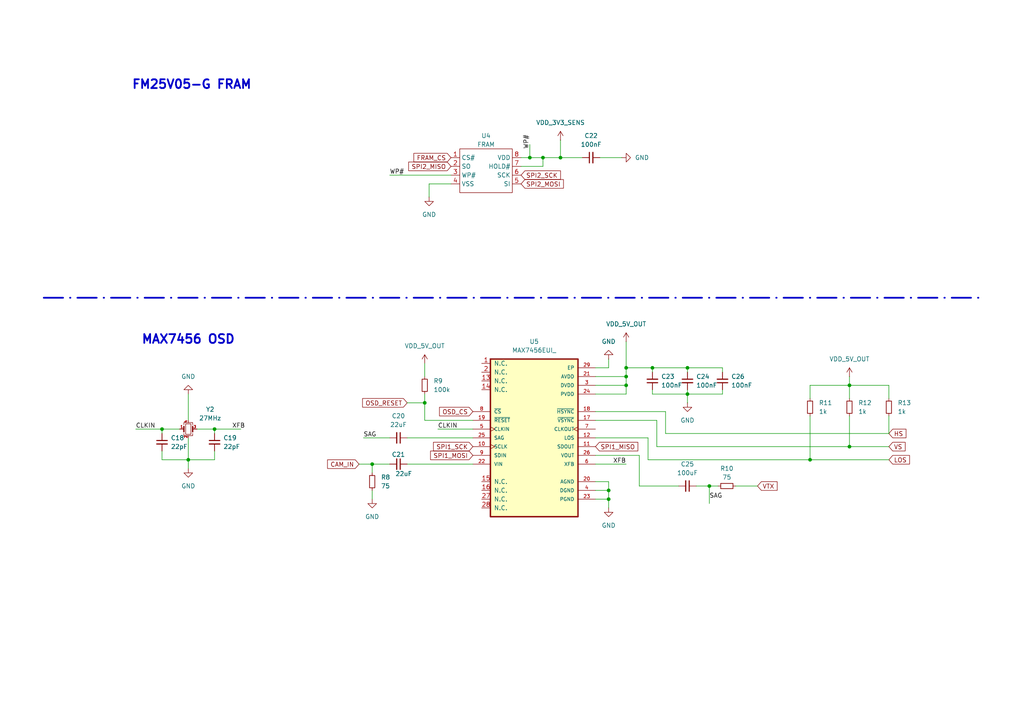
<source format=kicad_sch>
(kicad_sch (version 20250114) (generator "eeschema") (generator_version "9.0")
  (paper "A4")
  (lib_symbols
    (symbol "Device:C_Small" (pin_numbers (hide yes)) (pin_names (offset 0.254) (hide yes))
      (property "Reference" "C" (at 0.254 1.778 0))
      (property "Value" "C_Small" (at 0.254 -2.032 0))
      (symbol "C_Small_0_1"
        (polyline (pts (xy -1.524 0.508) (xy 1.524 0.508)) (stroke (width 0.3048)))
        (polyline (pts (xy -1.524 -0.508) (xy 1.524 -0.508)) (stroke (width 0.3302)))
      )
      (symbol "C_Small_1_1"
        (pin passive line (at 0 2.54 270) (length 2.032) (name "~") (number "1"))
        (pin passive line (at 0 -2.54 90) (length 2.032) (name "~") (number "2"))
      )
    )
    (symbol "Device:Crystal_GND24_Small" (pin_names (offset 1.016) (hide yes))
      (property "Reference" "Y" (at 1.27 4.445 0))
      (property "Value" "Crystal_GND24_Small" (at 1.27 2.54 0))
      (symbol "Crystal_GND24_Small_0_1"
        (polyline (pts (xy -1.27 1.27) (xy -1.27 1.905) (xy 1.27 1.905) (xy 1.27 1.27)))
        (polyline (pts (xy -1.27 -0.762) (xy -1.27 0.762)) (stroke (width 0.381)))
        (polyline (pts (xy -1.27 -1.27) (xy -1.27 -1.905) (xy 1.27 -1.905) (xy 1.27 -1.27)))
        (rectangle (start -0.762 -1.524) (end 0.762 1.524))
        (polyline (pts (xy 1.27 -0.762) (xy 1.27 0.762)) (stroke (width 0.381)))
      )
      (symbol "Crystal_GND24_Small_1_1"
        (pin passive line (at -2.54 0 0) (length 1.27) (name "1") (number "1"))
        (pin passive line (at 0 2.54 270) (length 0.635) (name "4") (number "4"))
        (pin passive line (at 0 -2.54 90) (length 0.635) (name "2") (number "2"))
        (pin passive line (at 2.54 0 180) (length 1.27) (name "3") (number "3"))
      )
    )
    (symbol "Device:R_Small" (pin_numbers (hide yes)) (pin_names (offset 0.254) (hide yes))
      (property "Reference" "R" (at 0.762 0.508 0))
      (property "Value" "R_Small" (at 0.762 -1.016 0))
      (symbol "R_Small_0_1"
        (rectangle (start -0.762 1.778) (end 0.762 -1.778) (stroke (width 0.2032)))
      )
      (symbol "R_Small_1_1"
        (pin passive line (at 0 2.54 270) (length 0.762) (name "~") (number "1"))
        (pin passive line (at 0 -2.54 90) (length 0.762) (name "~") (number "2"))
      )
    )
    (symbol "FM25V05:FM25V05"
      (property "Reference" "U" (at 0 0 0))
      (symbol "FM25V05_0_1"
        (rectangle (start -6.35 -2.54) (end 8.89 -15.24))
      )
      (symbol "FM25V05_1_1"
        (pin input line (at -8.89 -5.08 0) (length 2.54) (name "CS#") (number "1"))
        (pin input line (at -8.89 -7.62 0) (length 2.54) (name "SO") (number "2"))
        (pin input line (at -8.89 -10.16 0) (length 2.54) (name "WP#") (number "3"))
        (pin input line (at -8.89 -12.7 0) (length 2.54) (name "VSS") (number "4"))
        (pin input line (at 11.43 -5.08 180) (length 2.54) (name "VDD") (number "8"))
        (pin input line (at 11.43 -7.62 180) (length 2.54) (name "HOLD#") (number "7"))
        (pin input line (at 11.43 -10.16 180) (length 2.54) (name "SCK") (number "6"))
        (pin input line (at 11.43 -12.7 180) (length 2.54) (name "SI") (number "5"))
      )
    )
    (symbol "MAX7456EUI_:MAX7456EUI_" (pin_names (offset 1.016))
      (property "Reference" "U11" (at 0 27.94 0))
      (property "Value" "MAX7456EUI_" (at 0 25.4 0))
      (symbol "MAX7456EUI__0_0"
        (rectangle (start -12.7 -22.86) (end 12.7 22.86) (stroke (width 0.41)) (fill (type background)))
        (pin input line (at -17.78 7.62 0) (length 5.08) (name "~{CS}") (number "8"))
        (pin input line (at -17.78 5.08 0) (length 5.08) (name "~{RESET}") (number "19"))
        (pin input clock (at -17.78 2.54 0) (length 5.08) (name "CLKIN") (number "5"))
        (pin input line (at -17.78 0 0) (length 5.08) (name "SAG") (number "25"))
        (pin input clock (at -17.78 -2.54 0) (length 5.08) (name "SCLK") (number "10"))
        (pin input line (at -17.78 -5.08 0) (length 5.08) (name "SDIN") (number "9"))
        (pin input line (at -17.78 -7.62 0) (length 5.08) (name "VIN") (number "22"))
        (pin power_in line (at 17.78 20.32 180) (length 5.08) (name "EP") (number "29"))
        (pin power_in line (at 17.78 17.78 180) (length 5.08) (name "AVDD") (number "21"))
        (pin power_in line (at 17.78 15.24 180) (length 5.08) (name "DVDD") (number "3"))
        (pin power_in line (at 17.78 12.7 180) (length 5.08) (name "PVDD") (number "24"))
        (pin output line (at 17.78 7.62 180) (length 5.08) (name "~{HSYNC}") (number "18"))
        (pin output line (at 17.78 5.08 180) (length 5.08) (name "~{VSYNC}") (number "17"))
        (pin output clock (at 17.78 2.54 180) (length 5.08) (name "CLKOUT") (number "7"))
        (pin output line (at 17.78 0 180) (length 5.08) (name "LOS") (number "12"))
        (pin output line (at 17.78 -2.54 180) (length 5.08) (name "SDOUT") (number "11"))
        (pin output line (at 17.78 -5.08 180) (length 5.08) (name "VOUT") (number "26"))
        (pin output line (at 17.78 -7.62 180) (length 5.08) (name "XFB") (number "6"))
        (pin power_in line (at 17.78 -12.7 180) (length 5.08) (name "AGND") (number "20"))
        (pin power_in line (at 17.78 -15.24 180) (length 5.08) (name "DGND") (number "4"))
        (pin power_in line (at 17.78 -17.78 180) (length 5.08) (name "PGND") (number "23"))
      )
      (symbol "MAX7456EUI__1_1"
        (pin input line (at -15.24 21.59 0) (length 2.54) (name "N.C.") (number "1"))
        (pin input line (at -15.24 19.05 0) (length 2.54) (name "N.C.") (number "2"))
        (pin input line (at -15.24 16.51 0) (length 2.54) (name "N.C.") (number "13"))
        (pin input line (at -15.24 13.97 0) (length 2.54) (name "N.C.") (number "14"))
        (pin input line (at -15.24 -12.7 0) (length 2.54) (name "N.C.") (number "15"))
        (pin input line (at -15.24 -15.24 0) (length 2.54) (name "N.C.") (number "16"))
        (pin input line (at -15.24 -17.78 0) (length 2.54) (name "N.C.") (number "27"))
        (pin input line (at -15.24 -20.32 0) (length 2.54) (name "N.C.") (number "28"))
      )
    )
    (symbol "power:GND" (power) (pin_numbers (hide yes)) (pin_names (offset 0) (hide yes))
      (property "Value" "GND" (at 0 -3.81 0))
      (symbol "GND_0_1"
        (polyline (pts (xy 0 0) (xy 0 -1.27) (xy 1.27 -1.27) (xy 0 -2.54) (xy -1.27 -1.27) (xy 0 -1.27)))
      )
      (symbol "GND_1_1"
        (pin power_in line (at 0 0 270) (length 0) (name "~") (number "1"))
      )
    )
    (symbol "power:VCC" (power) (pin_numbers (hide yes)) (pin_names (offset 0) (hide yes))
      (property "Value" "VCC" (at 0 3.556 0))
      (symbol "VCC_0_1"
        (polyline (pts (xy -0.762 1.27) (xy 0 2.54)))
        (polyline (pts (xy 0 2.54) (xy 0.762 1.27)))
        (polyline (pts (xy 0 0) (xy 0 2.54)))
      )
      (symbol "VCC_1_1"
        (pin power_in line (at 0 0 90) (length 0) (name "~") (number "1"))
      )
    )
  )
  (text "MAX7456 OSD" (at 54.61 98.552 0) (effects (font (size 2.54 2.54) (thickness 0.508) (bold yes))))
  (text "FM25V05-G FRAM\n" (at 55.626 24.638 0) (effects (font (size 2.54 2.54) (thickness 0.508) (bold yes))))
  (junction (at 246.38 129.54))
  (junction (at 234.95 133.35))
  (junction (at 176.53 142.24))
  (junction (at 181.61 109.22))
  (junction (at 176.53 144.78))
  (junction (at 62.23 124.46))
  (junction (at 181.61 111.76))
  (junction (at 123.19 116.84))
  (junction (at 246.38 111.76))
  (junction (at 189.23 106.68))
  (junction (at 162.56 45.72))
  (junction (at 153.67 45.72))
  (junction (at 199.39 114.3))
  (junction (at 199.39 106.68))
  (junction (at 54.61 133.35))
  (junction (at 107.95 134.62))
  (junction (at 205.74 140.97))
  (junction (at 181.61 106.68))
  (junction (at 157.48 45.72))
  (junction (at 46.99 124.46))
  (wire (pts (xy 124.46 53.34) (xy 124.46 57.15)))
  (wire (pts (xy 118.11 127) (xy 137.16 127)))
  (wire (pts (xy 39.37 124.46) (xy 46.99 124.46)))
  (wire (pts (xy 205.74 140.97) (xy 208.28 140.97)))
  (wire (pts (xy 62.23 124.46) (xy 69.85 124.46)))
  (wire (pts (xy 181.61 114.3) (xy 181.61 111.76)))
  (polyline (pts (xy 12.7 86.36) (xy 284.48 86.36)) (stroke (width 0.508) (type dash_dot)))
  (wire (pts (xy 46.99 124.46) (xy 46.99 125.73)))
  (wire (pts (xy 173.99 45.72) (xy 180.34 45.72)))
  (wire (pts (xy 172.72 121.92) (xy 190.5 121.92)))
  (wire (pts (xy 199.39 113.03) (xy 199.39 114.3)))
  (wire (pts (xy 187.96 133.35) (xy 234.95 133.35)))
  (wire (pts (xy 172.72 114.3) (xy 181.61 114.3)))
  (wire (pts (xy 234.95 115.57) (xy 234.95 111.76)))
  (wire (pts (xy 209.55 106.68) (xy 209.55 107.95)))
  (wire (pts (xy 181.61 106.68) (xy 181.61 109.22)))
  (wire (pts (xy 113.03 134.62) (xy 107.95 134.62)))
  (wire (pts (xy 185.42 140.97) (xy 196.85 140.97)))
  (wire (pts (xy 54.61 114.3) (xy 54.61 121.92)))
  (wire (pts (xy 176.53 144.78) (xy 176.53 147.32)))
  (wire (pts (xy 157.48 45.72) (xy 162.56 45.72)))
  (wire (pts (xy 234.95 133.35) (xy 257.81 133.35)))
  (wire (pts (xy 199.39 114.3) (xy 199.39 116.84)))
  (wire (pts (xy 190.5 129.54) (xy 246.38 129.54)))
  (wire (pts (xy 118.11 116.84) (xy 123.19 116.84)))
  (wire (pts (xy 185.42 132.08) (xy 185.42 140.97)))
  (wire (pts (xy 209.55 106.68) (xy 199.39 106.68)))
  (wire (pts (xy 189.23 107.95) (xy 189.23 106.68)))
  (wire (pts (xy 189.23 114.3) (xy 199.39 114.3)))
  (wire (pts (xy 107.95 134.62) (xy 104.14 134.62)))
  (wire (pts (xy 118.11 134.62) (xy 137.16 134.62)))
  (wire (pts (xy 105.41 127) (xy 113.03 127)))
  (wire (pts (xy 172.72 109.22) (xy 181.61 109.22)))
  (wire (pts (xy 257.81 125.73) (xy 257.81 120.65)))
  (wire (pts (xy 137.16 121.92) (xy 123.19 121.92)))
  (wire (pts (xy 123.19 116.84) (xy 123.19 121.92)))
  (wire (pts (xy 62.23 133.35) (xy 54.61 133.35)))
  (wire (pts (xy 193.04 125.73) (xy 257.81 125.73)))
  (wire (pts (xy 190.5 121.92) (xy 190.5 129.54)))
  (wire (pts (xy 172.72 142.24) (xy 176.53 142.24)))
  (wire (pts (xy 153.67 41.91) (xy 153.67 45.72)))
  (wire (pts (xy 124.46 53.34) (xy 130.81 53.34)))
  (wire (pts (xy 52.07 124.46) (xy 46.99 124.46)))
  (wire (pts (xy 107.95 134.62) (xy 107.95 137.16)))
  (wire (pts (xy 172.72 132.08) (xy 185.42 132.08)))
  (wire (pts (xy 246.38 129.54) (xy 257.81 129.54)))
  (wire (pts (xy 189.23 106.68) (xy 199.39 106.68)))
  (wire (pts (xy 257.81 111.76) (xy 246.38 111.76)))
  (wire (pts (xy 209.55 114.3) (xy 199.39 114.3)))
  (wire (pts (xy 172.72 127) (xy 187.96 127)))
  (wire (pts (xy 205.74 140.97) (xy 205.74 146.05)))
  (wire (pts (xy 172.72 106.68) (xy 176.53 106.68)))
  (wire (pts (xy 127 124.46) (xy 137.16 124.46)))
  (wire (pts (xy 157.48 48.26) (xy 157.48 45.72)))
  (wire (pts (xy 54.61 133.35) (xy 54.61 135.89)))
  (wire (pts (xy 172.72 111.76) (xy 181.61 111.76)))
  (wire (pts (xy 213.36 140.97) (xy 219.71 140.97)))
  (wire (pts (xy 62.23 130.81) (xy 62.23 133.35)))
  (wire (pts (xy 176.53 106.68) (xy 176.53 104.14)))
  (wire (pts (xy 181.61 106.68) (xy 189.23 106.68)))
  (wire (pts (xy 246.38 109.22) (xy 246.38 111.76)))
  (wire (pts (xy 201.93 140.97) (xy 205.74 140.97)))
  (wire (pts (xy 172.72 144.78) (xy 176.53 144.78)))
  (wire (pts (xy 172.72 119.38) (xy 193.04 119.38)))
  (wire (pts (xy 62.23 124.46) (xy 62.23 125.73)))
  (wire (pts (xy 257.81 115.57) (xy 257.81 111.76)))
  (wire (pts (xy 187.96 127) (xy 187.96 133.35)))
  (wire (pts (xy 113.03 50.8) (xy 130.81 50.8)))
  (wire (pts (xy 181.61 99.06) (xy 181.61 106.68)))
  (wire (pts (xy 151.13 48.26) (xy 157.48 48.26)))
  (wire (pts (xy 234.95 111.76) (xy 246.38 111.76)))
  (wire (pts (xy 172.72 134.62) (xy 181.61 134.62)))
  (wire (pts (xy 234.95 120.65) (xy 234.95 133.35)))
  (wire (pts (xy 46.99 133.35) (xy 46.99 130.81)))
  (wire (pts (xy 189.23 113.03) (xy 189.23 114.3)))
  (wire (pts (xy 123.19 114.3) (xy 123.19 116.84)))
  (wire (pts (xy 209.55 113.03) (xy 209.55 114.3)))
  (wire (pts (xy 193.04 119.38) (xy 193.04 125.73)))
  (wire (pts (xy 172.72 139.7) (xy 176.53 139.7)))
  (wire (pts (xy 153.67 45.72) (xy 157.48 45.72)))
  (wire (pts (xy 199.39 107.95) (xy 199.39 106.68)))
  (wire (pts (xy 57.15 124.46) (xy 62.23 124.46)))
  (wire (pts (xy 176.53 142.24) (xy 176.53 144.78)))
  (wire (pts (xy 107.95 142.24) (xy 107.95 144.78)))
  (wire (pts (xy 181.61 111.76) (xy 181.61 109.22)))
  (wire (pts (xy 123.19 105.41) (xy 123.19 109.22)))
  (wire (pts (xy 162.56 40.64) (xy 162.56 45.72)))
  (wire (pts (xy 162.56 45.72) (xy 168.91 45.72)))
  (wire (pts (xy 176.53 139.7) (xy 176.53 142.24)))
  (wire (pts (xy 151.13 45.72) (xy 153.67 45.72)))
  (wire (pts (xy 54.61 127) (xy 54.61 133.35)))
  (wire (pts (xy 54.61 133.35) (xy 46.99 133.35)))
  (wire (pts (xy 246.38 111.76) (xy 246.38 115.57)))
  (wire (pts (xy 246.38 120.65) (xy 246.38 129.54)))
  (label "XFB" (at 67.31 124.46 0))
  (label "WP#" (at 153.67 43.18 90))
  (label "WP#" (at 113.03 50.8 0))
  (label "XFB" (at 177.8 134.62 0))
  (label "CLKIN" (at 127 124.46 0))
  (label "SAG" (at 105.41 127 0))
  (label "CLKIN" (at 39.37 124.46 0))
  (label "SAG" (at 205.74 144.78 0))
  (global_label "OSD_RESET" (shape input) (at 118.11 116.84 180) (property "Intersheetrefs" "${INTERSHEET_REFS}" (effects (hide yes))))
  (global_label "SPI1_MOSI" (shape input) (at 137.16 132.08 180) (property "Intersheetrefs" "${INTERSHEET_REFS}" (effects (hide yes))))
  (global_label "OSD_CS" (shape input) (at 137.16 119.38 180) (property "Intersheetrefs" "${INTERSHEET_REFS}" (effects (hide yes))))
  (global_label "SPI2_MISO" (shape input) (at 130.81 48.26 180) (property "Intersheetrefs" "${INTERSHEET_REFS}" (effects (hide yes))))
  (global_label "SPI2_MOSI" (shape input) (at 151.13 53.34 0) (property "Intersheetrefs" "${INTERSHEET_REFS}" (effects (hide yes))))
  (global_label "SPI1_SCK" (shape input) (at 137.16 129.54 180) (property "Intersheetrefs" "${INTERSHEET_REFS}" (effects (hide yes))))
  (global_label "SPI1_MISO" (shape input) (at 172.72 129.54 0) (property "Intersheetrefs" "${INTERSHEET_REFS}" (effects (hide yes))))
  (global_label "LOS" (shape input) (at 257.81 133.35 0) (property "Intersheetrefs" "${INTERSHEET_REFS}" (effects (hide yes))))
  (global_label "FRAM_CS" (shape input) (at 130.81 45.72 180) (property "Intersheetrefs" "${INTERSHEET_REFS}" (effects (hide yes))))
  (global_label "CAM_IN" (shape input) (at 104.14 134.62 180) (property "Intersheetrefs" "${INTERSHEET_REFS}" (effects (hide yes))))
  (global_label "SPI2_SCK" (shape input) (at 151.13 50.8 0) (property "Intersheetrefs" "${INTERSHEET_REFS}" (effects (hide yes))))
  (global_label "VS" (shape input) (at 257.81 129.54 0) (property "Intersheetrefs" "${INTERSHEET_REFS}" (effects (hide yes))))
  (global_label "HS" (shape input) (at 257.81 125.73 0) (property "Intersheetrefs" "${INTERSHEET_REFS}" (effects (hide yes))))
  (global_label "VTX" (shape input) (at 219.71 140.97 0) (property "Intersheetrefs" "${INTERSHEET_REFS}" (effects (hide yes))))
  (symbol (lib_id "Device:C_Small") (at 62.23 128.27 0) (unit 1)
    (property "Reference" "C19" (at 64.77 127.0062 0) (effects (justify left)))
    (property "Value" "22pF" (at 64.77 129.5462 0) (effects (justify left)))
    (property "Footprint" "Capacitor_SMD:C_0402_1005Metric" (effects (hide yes)))
    (property "Description" "Unpolarized capacitor, small symbol" (effects (hide yes)))
    (instances (project "Autopilot DronmarketV2" (path "" (reference "C19") (unit 1))) (project "Autopilot Dronmarket" (path "" (reference "C50") (unit 1))))
  )
  (symbol (lib_id "Device:C_Small") (at 171.45 45.72 90) (unit 1)
    (property "Reference" "C22" (at 171.4563 39.37 90))
    (property "Value" "100nF" (at 171.4563 41.91 90))
    (property "Footprint" "Capacitor_SMD:C_0402_1005Metric" (effects (hide yes)))
    (property "Description" "Unpolarized capacitor, small symbol" (effects (hide yes)))
    (instances (project "Autopilot DronmarketV2" (path "" (reference "C22") (unit 1))) (project "Autopilot Dronmarket" (path "" (reference "C43") (unit 1))))
  )
  (symbol (lib_id "Device:R_Small") (at 107.95 139.7 180) (unit 1)
    (property "Reference" "R8" (at 110.49 138.4299 0) (effects (justify right)))
    (property "Value" "75" (at 110.49 140.9699 0) (effects (justify right)))
    (property "Footprint" "Resistor_SMD:R_0402_1005Metric" (effects (hide yes)))
    (property "Description" "Resistor, small symbol" (effects (hide yes)))
    (instances (project "Autopilot DronmarketV2" (path "" (reference "R8") (unit 1))) (project "Autopilot Dronmarket" (path "" (reference "R12") (unit 1))))
  )
  (symbol (lib_id "Device:C_Small") (at 46.99 128.27 0) (unit 1)
    (property "Reference" "C18" (at 49.53 127.0062 0) (effects (justify left)))
    (property "Value" "22pF" (at 49.53 129.5462 0) (effects (justify left)))
    (property "Footprint" "Capacitor_SMD:C_0402_1005Metric" (effects (hide yes)))
    (property "Description" "Unpolarized capacitor, small symbol" (effects (hide yes)))
    (instances (project "Autopilot DronmarketV2" (path "" (reference "C18") (unit 1))) (project "Autopilot Dronmarket" (path "" (reference "C49") (unit 1))))
  )
  (symbol (lib_id "Device:C_Small") (at 115.57 134.62 270) (unit 1)
    (property "Reference" "C21" (at 115.57 131.826 90))
    (property "Value" "22uF" (at 117.094 137.414 90))
    (property "Footprint" "Capacitor_SMD:C_1210_3225Metric" (effects (hide yes)))
    (property "Description" "Unpolarized capacitor, small symbol" (effects (hide yes)))
    (instances (project "Autopilot DronmarketV2" (path "" (reference "C21") (unit 1))) (project "Autopilot Dronmarket" (path "" (reference "C48") (unit 1))))
  )
  (symbol (lib_id "Device:R_Small") (at 210.82 140.97 270) (unit 1)
    (property "Reference" "R10" (at 210.82 135.89 90))
    (property "Value" "75" (at 210.82 138.43 90))
    (property "Footprint" "Resistor_SMD:R_0402_1005Metric" (effects (hide yes)))
    (property "Description" "Resistor, small symbol" (effects (hide yes)))
    (instances (project "Autopilot DronmarketV2" (path "" (reference "R10") (unit 1))) (project "Autopilot Dronmarket" (path "" (reference "R13") (unit 1))))
  )
  (symbol (lib_id "power:GND") (at 180.34 45.72 90) (unit 1)
    (property "Reference" "#PWR0159" (effects (hide yes)))
    (property "Value" "GND" (at 184.15 45.7199 90) (effects (justify right)))
    (property "Description" "Power symbol creates a global label with name \"GND\" , ground" (effects (hide yes)))
    (instances (project "Autopilot DronmarketV2" (path "" (reference "#PWR0159") (unit 1))) (project "Autopilot Dronmarket" (path "" (reference "#PWR060") (unit 1))))
  )
  (symbol (lib_id "FM25V05:FM25V05") (at 139.7 40.64 0) (unit 1)
    (property "Reference" "U4" (at 140.97 39.37 0))
    (property "Value" "FRAM" (at 140.97 41.91 0))
    (property "Footprint" "FM25V05-G:SOIC127P602X172-8N" (effects (hide yes)))
    (instances (project "Autopilot DronmarketV2" (path "" (reference "U4") (unit 1))) (project "" (path "" (reference "U10") (unit 1))))
  )
  (symbol (lib_id "Device:C_Small") (at 189.23 110.49 180) (unit 1)
    (property "Reference" "C23" (at 191.77 109.2135 0) (effects (justify right)))
    (property "Value" "100nF" (at 191.77 111.7535 0) (effects (justify right)))
    (property "Footprint" "Capacitor_SMD:C_0402_1005Metric" (effects (hide yes)))
    (property "Description" "Unpolarized capacitor, small symbol" (effects (hide yes)))
    (instances (project "Autopilot DronmarketV2" (path "" (reference "C23") (unit 1))) (project "Autopilot Dronmarket" (path "" (reference "C44") (unit 1))))
  )
  (symbol (lib_id "MAX7456EUI_:MAX7456EUI_") (at 154.94 127 0) (unit 1)
    (property "Reference" "U5" (at 154.94 99.06 0))
    (property "Value" "MAX7456EUI_" (at 154.94 101.6 0))
    (property "Footprint" "MAX7456EUI_:SOP65P637X110-28N" (effects (hide yes)))
    (property "MF" "Analog Devices" (effects (hide yes)))
    (property "Package" "TSSOP-28 Maxim" (effects (hide yes)))
    (property "Price" "None" (effects (hide yes)))
    (property "MP" "MAX7456EUI" (effects (hide yes)))
    (property "Availability" "Not in stock" (effects (hide yes)))
    (instances (project "Autopilot DronmarketV2" (path "" (reference "U5") (unit 1))) (project "" (path "" (reference "U11") (unit 1))))
  )
  (symbol (lib_id "Device:C_Small") (at 199.39 140.97 270) (unit 1)
    (property "Reference" "C25" (at 199.3836 134.62 90))
    (property "Value" "100uF" (at 199.3836 137.16 90))
    (property "Footprint" "Capacitor_SMD:C_1210_3225Metric" (effects (hide yes)))
    (property "Description" "Unpolarized capacitor, small symbol" (effects (hide yes)))
    (instances (project "Autopilot DronmarketV2" (path "" (reference "C25") (unit 1))) (project "Autopilot Dronmarket" (path "" (reference "C51") (unit 1))))
  )
  (symbol (lib_id "Device:C_Small") (at 199.39 110.49 0) (unit 1)
    (property "Reference" "C24" (at 201.93 109.2262 0) (effects (justify left)))
    (property "Value" "100nF" (at 201.93 111.7662 0) (effects (justify left)))
    (property "Footprint" "Capacitor_SMD:C_0402_1005Metric" (effects (hide yes)))
    (property "Description" "Unpolarized capacitor, small symbol" (effects (hide yes)))
    (instances (project "Autopilot DronmarketV2" (path "" (reference "C24") (unit 1))) (project "Autopilot Dronmarket" (path "" (reference "C45") (unit 1))))
  )
  (symbol (lib_id "Device:R_Small") (at 234.95 118.11 180) (unit 1)
    (property "Reference" "R11" (at 237.49 116.8399 0) (effects (justify right)))
    (property "Value" "1k" (at 237.49 119.3799 0) (effects (justify right)))
    (property "Footprint" "Resistor_SMD:R_0402_1005Metric" (effects (hide yes)))
    (property "Description" "Resistor, small symbol" (effects (hide yes)))
    (instances (project "Autopilot DronmarketV2" (path "" (reference "R11") (unit 1))) (project "Autopilot Dronmarket" (path "" (reference "R9") (unit 1))))
  )
  (symbol (lib_id "power:GND") (at 176.53 104.14 180) (unit 1)
    (property "Reference" "#PWR0155" (effects (hide yes)))
    (property "Value" "GND" (at 176.53 99.06 0))
    (property "Description" "Power symbol creates a global label with name \"GND\" , ground" (effects (hide yes)))
    (instances (project "Autopilot DronmarketV2" (path "" (reference "#PWR0155") (unit 1))) (project "Autopilot Dronmarket" (path "" (reference "#PWR067") (unit 1))))
  )
  (symbol (lib_id "power:GND") (at 54.61 135.89 0) (unit 1)
    (property "Reference" "#PWR0150" (effects (hide yes)))
    (property "Value" "GND" (at 54.61 140.97 0))
    (property "Description" "Power symbol creates a global label with name \"GND\" , ground" (effects (hide yes)))
    (instances (project "Autopilot DronmarketV2" (path "" (reference "#PWR0150") (unit 1))) (project "Autopilot Dronmarket" (path "" (reference "#PWR065") (unit 1))))
  )
  (symbol (lib_id "Device:C_Small") (at 209.55 110.49 180) (unit 1)
    (property "Reference" "C26" (at 212.09 109.2135 0) (effects (justify right)))
    (property "Value" "100nF" (at 212.09 111.7535 0) (effects (justify right)))
    (property "Footprint" "Capacitor_SMD:C_0402_1005Metric" (effects (hide yes)))
    (property "Description" "Unpolarized capacitor, small symbol" (effects (hide yes)))
    (instances (project "Autopilot DronmarketV2" (path "" (reference "C26") (unit 1))) (project "Autopilot Dronmarket" (path "" (reference "C46") (unit 1))))
  )
  (symbol (lib_id "power:GND") (at 199.39 116.84 0) (unit 1)
    (property "Reference" "#PWR0157" (effects (hide yes)))
    (property "Value" "GND" (at 199.39 121.92 0))
    (property "Description" "Power symbol creates a global label with name \"GND\" , ground" (effects (hide yes)))
    (instances (project "Autopilot DronmarketV2" (path "" (reference "#PWR0157") (unit 1))) (project "Autopilot Dronmarket" (path "" (reference "#PWR062") (unit 1))))
  )
  (symbol (lib_id "Device:Crystal_GND24_Small") (at 54.61 124.46 0) (unit 1)
    (property "Reference" "Y2" (at 60.96 118.7382 0))
    (property "Value" "27MHz" (at 60.96 121.2782 0))
    (property "Footprint" "Crystal:Crystal_SMD_SeikoEpson_FA238V-4Pin_3.2x2.5mm" (effects (hide yes)))
    (property "Description" "Four pin crystal, GND on pins 2 and 4, small symbol" (effects (hide yes)))
    (instances (project "Autopilot DronmarketV2" (path "" (reference "Y2") (unit 1))) (project "Autopilot Dronmarket" (path "" (reference "Y3") (unit 1))))
  )
  (symbol (lib_id "power:GND") (at 176.53 147.32 0) (unit 1)
    (property "Reference" "#PWR0156" (effects (hide yes)))
    (property "Value" "GND" (at 176.53 152.4 0))
    (property "Description" "Power symbol creates a global label with name \"GND\" , ground" (effects (hide yes)))
    (instances (project "Autopilot DronmarketV2" (path "" (reference "#PWR0156") (unit 1))) (project "Autopilot Dronmarket" (path "" (reference "#PWR063") (unit 1))))
  )
  (symbol (lib_id "power:VCC") (at 246.38 109.22 0) (unit 1)
    (property "Reference" "#PWR0154" (effects (hide yes)))
    (property "Value" "VDD_5V_OUT" (at 246.38 104.14 0))
    (property "Description" "Power symbol creates a global label with name \"VCC\"" (effects (hide yes)))
    (instances (project "Autopilot DronmarketV2" (path "" (reference "#PWR0154") (unit 1))) (project "Autopilot Dronmarket" (path "" (reference "#PWR016") (unit 1))))
  )
  (symbol (lib_id "Device:C_Small") (at 115.57 127 270) (unit 1)
    (property "Reference" "C20" (at 115.5636 120.65 90))
    (property "Value" "22uF" (at 115.5636 123.19 90))
    (property "Footprint" "Capacitor_SMD:C_0402_1005Metric" (effects (hide yes)))
    (property "Description" "Unpolarized capacitor, small symbol" (effects (hide yes)))
    (instances (project "Autopilot DronmarketV2" (path "" (reference "C20") (unit 1))) (project "Autopilot Dronmarket" (path "" (reference "C47") (unit 1))))
  )
  (symbol (lib_id "Device:R_Small") (at 257.81 118.11 0) (unit 1)
    (property "Reference" "R13" (at 260.35 116.8399 0) (effects (justify left)))
    (property "Value" "1k" (at 260.35 119.3799 0) (effects (justify left)))
    (property "Footprint" "Resistor_SMD:R_0402_1005Metric" (effects (hide yes)))
    (property "Description" "Resistor, small symbol" (effects (hide yes)))
    (instances (project "Autopilot DronmarketV2" (path "" (reference "R13") (unit 1))) (project "Autopilot Dronmarket" (path "" (reference "R11") (unit 1))))
  )
  (symbol (lib_id "power:VCC") (at 181.61 99.06 0) (unit 1)
    (property "Reference" "#PWR0153" (effects (hide yes)))
    (property "Value" "VDD_5V_OUT" (at 181.61 93.98 0))
    (property "Description" "Power symbol creates a global label with name \"VCC\"" (effects (hide yes)))
    (instances (project "Autopilot DronmarketV2" (path "" (reference "#PWR0153") (unit 1))) (project "Autopilot Dronmarket" (path "" (reference "#PWR015") (unit 1))))
  )
  (symbol (lib_id "power:VCC") (at 123.19 105.41 0) (unit 1)
    (property "Reference" "#PWR0151" (effects (hide yes)))
    (property "Value" "VDD_5V_OUT" (at 123.19 100.33 0))
    (property "Description" "Power symbol creates a global label with name \"VCC\"" (effects (hide yes)))
    (instances (project "Autopilot DronmarketV2" (path "" (reference "#PWR0151") (unit 1))) (project "Autopilot Dronmarket" (path "" (reference "#PWR017") (unit 1))))
  )
  (symbol (lib_id "Device:R_Small") (at 123.19 111.76 180) (unit 1)
    (property "Reference" "R9" (at 125.73 110.4899 0) (effects (justify right)))
    (property "Value" "100k" (at 125.73 113.0299 0) (effects (justify right)))
    (property "Footprint" "Resistor_SMD:R_0402_1005Metric" (effects (hide yes)))
    (property "Description" "Resistor, small symbol" (effects (hide yes)))
    (instances (project "Autopilot DronmarketV2" (path "" (reference "R9") (unit 1))) (project "Autopilot Dronmarket" (path "" (reference "R14") (unit 1))))
  )
  (symbol (lib_id "power:GND") (at 107.95 144.78 0) (unit 1)
    (property "Reference" "#PWR0152" (effects (hide yes)))
    (property "Value" "GND" (at 107.95 149.86 0))
    (property "Description" "Power symbol creates a global label with name \"GND\" , ground" (effects (hide yes)))
    (instances (project "Autopilot DronmarketV2" (path "" (reference "#PWR0152") (unit 1))) (project "Autopilot Dronmarket" (path "" (reference "#PWR066") (unit 1))))
  )
  (symbol (lib_id "Device:R_Small") (at 246.38 118.11 180) (unit 1)
    (property "Reference" "R12" (at 248.92 116.8399 0) (effects (justify right)))
    (property "Value" "1k" (at 248.92 119.3799 0) (effects (justify right)))
    (property "Footprint" "Resistor_SMD:R_0402_1005Metric" (effects (hide yes)))
    (property "Description" "Resistor, small symbol" (effects (hide yes)))
    (instances (project "Autopilot DronmarketV2" (path "" (reference "R12") (unit 1))) (project "Autopilot Dronmarket" (path "" (reference "R10") (unit 1))))
  )
  (symbol (lib_id "power:GND") (at 124.46 57.15 0) (unit 1)
    (property "Reference" "#PWR0158" (effects (hide yes)))
    (property "Value" "GND" (at 124.46 62.23 0))
    (property "Description" "Power symbol creates a global label with name \"GND\" , ground" (effects (hide yes)))
    (instances (project "Autopilot DronmarketV2" (path "" (reference "#PWR0158") (unit 1))) (project "Autopilot Dronmarket" (path "" (reference "#PWR059") (unit 1))))
  )
  (symbol (lib_id "power:VCC") (at 162.56 40.64 0) (unit 1)
    (property "Reference" "#PWR0160" (effects (hide yes)))
    (property "Value" "VDD_3V3_SENS" (at 162.56 35.56 0))
    (property "Description" "Power symbol creates a global label with name \"VCC\"" (effects (hide yes)))
    (instances (project "Autopilot DronmarketV2" (path "" (reference "#PWR0160") (unit 1))) (project "Autopilot Dronmarket" (path "" (reference "#PWR061") (unit 1))))
  )
  (symbol (lib_id "power:GND") (at 54.61 114.3 180) (unit 1)
    (property "Reference" "#PWR0149" (effects (hide yes)))
    (property "Value" "GND" (at 54.61 109.22 0))
    (property "Description" "Power symbol creates a global label with name \"GND\" , ground" (effects (hide yes)))
    (instances (project "Autopilot DronmarketV2" (path "" (reference "#PWR0149") (unit 1))) (project "Autopilot Dronmarket" (path "" (reference "#PWR064") (unit 1))))
  )
)
</source>
